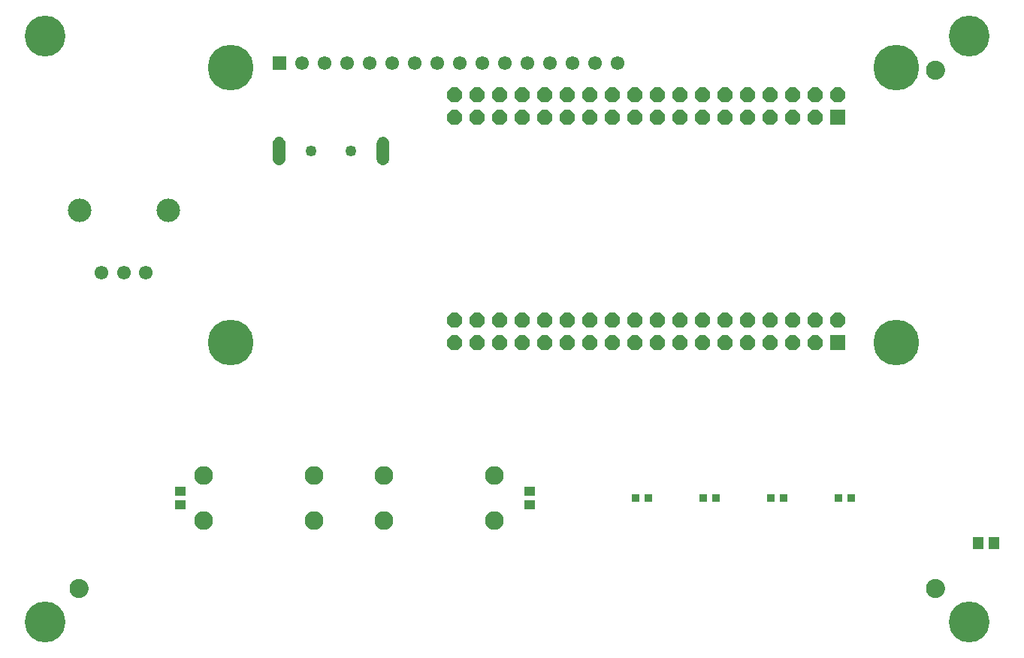
<source format=gbr>
G04 EAGLE Gerber RS-274X export*
G75*
%MOMM*%
%FSLAX34Y34*%
%LPD*%
%INSoldermask Top*%
%IPPOS*%
%AMOC8*
5,1,8,0,0,1.08239X$1,22.5*%
G01*
%ADD10R,1.676400X1.676400*%
%ADD11P,1.814519X8X202.500000*%
%ADD12C,1.552400*%
%ADD13C,2.652400*%
%ADD14C,2.112400*%
%ADD15R,0.952400X0.952400*%
%ADD16R,1.552400X1.552400*%
%ADD17C,5.152400*%
%ADD18R,1.183641X1.102359*%
%ADD19C,0.609600*%
%ADD20C,1.168400*%
%ADD21C,4.597400*%
%ADD22R,1.295400X1.422400*%
%ADD23C,1.252400*%
%ADD24C,0.852400*%

G36*
X316246Y565790D02*
X316246Y565790D01*
X316246Y565791D01*
X316247Y565790D01*
X317560Y566189D01*
X317561Y566189D01*
X318771Y566836D01*
X318771Y566837D01*
X318772Y566836D01*
X319832Y567707D01*
X319833Y567708D01*
X320704Y568768D01*
X320704Y568769D01*
X321351Y569979D01*
X321351Y569980D01*
X321750Y571293D01*
X321749Y571294D01*
X321750Y571294D01*
X321884Y572660D01*
X321884Y590660D01*
X321750Y592026D01*
X321749Y592026D01*
X321750Y592027D01*
X321351Y593340D01*
X321351Y593341D01*
X320704Y594551D01*
X320703Y594551D01*
X320704Y594552D01*
X319833Y595612D01*
X319832Y595613D01*
X318772Y596484D01*
X318771Y596484D01*
X317561Y597131D01*
X317560Y597131D01*
X316247Y597530D01*
X316246Y597529D01*
X316246Y597530D01*
X314880Y597664D01*
X313514Y597530D01*
X313514Y597529D01*
X313513Y597530D01*
X312200Y597131D01*
X312199Y597131D01*
X310989Y596484D01*
X310989Y596483D01*
X310988Y596484D01*
X309928Y595613D01*
X309927Y595612D01*
X309056Y594552D01*
X309056Y594551D01*
X308409Y593341D01*
X308409Y593340D01*
X308010Y592027D01*
X308011Y592026D01*
X308010Y592026D01*
X307876Y590660D01*
X307876Y572660D01*
X308010Y571294D01*
X308011Y571294D01*
X308010Y571293D01*
X308409Y569980D01*
X308409Y569979D01*
X309056Y568769D01*
X309057Y568769D01*
X309056Y568768D01*
X309927Y567708D01*
X309928Y567707D01*
X310988Y566836D01*
X310989Y566836D01*
X312199Y566189D01*
X312200Y566189D01*
X313513Y565790D01*
X313514Y565791D01*
X313514Y565790D01*
X314880Y565656D01*
X316246Y565790D01*
G37*
G36*
X433246Y565790D02*
X433246Y565790D01*
X433246Y565791D01*
X433247Y565790D01*
X434560Y566189D01*
X434561Y566189D01*
X435771Y566836D01*
X435771Y566837D01*
X435772Y566836D01*
X436832Y567707D01*
X436833Y567708D01*
X437704Y568768D01*
X437704Y568769D01*
X438351Y569979D01*
X438351Y569980D01*
X438750Y571293D01*
X438749Y571294D01*
X438750Y571294D01*
X438884Y572660D01*
X438884Y590660D01*
X438750Y592026D01*
X438749Y592026D01*
X438750Y592027D01*
X438351Y593340D01*
X438351Y593341D01*
X437704Y594551D01*
X437703Y594551D01*
X437704Y594552D01*
X436833Y595612D01*
X436832Y595613D01*
X435772Y596484D01*
X435771Y596484D01*
X434561Y597131D01*
X434560Y597131D01*
X433247Y597530D01*
X433246Y597529D01*
X433246Y597530D01*
X431880Y597664D01*
X430514Y597530D01*
X430514Y597529D01*
X430513Y597530D01*
X429200Y597131D01*
X429199Y597131D01*
X427989Y596484D01*
X427989Y596483D01*
X427988Y596484D01*
X426928Y595613D01*
X426927Y595612D01*
X426056Y594552D01*
X426056Y594551D01*
X425409Y593341D01*
X425409Y593340D01*
X425010Y592027D01*
X425011Y592026D01*
X425010Y592026D01*
X424876Y590660D01*
X424876Y572660D01*
X425010Y571294D01*
X425011Y571294D01*
X425010Y571293D01*
X425409Y569980D01*
X425409Y569979D01*
X426056Y568769D01*
X426057Y568769D01*
X426056Y568768D01*
X426927Y567708D01*
X426928Y567707D01*
X427988Y566836D01*
X427989Y566836D01*
X429199Y566189D01*
X429200Y566189D01*
X430513Y565790D01*
X430514Y565791D01*
X430514Y565790D01*
X431880Y565656D01*
X433246Y565790D01*
G37*
D10*
X944200Y365500D03*
D11*
X944200Y390900D03*
X918800Y365500D03*
X918800Y390900D03*
X893400Y365500D03*
X893400Y390900D03*
X868000Y365500D03*
X868000Y390900D03*
X842600Y365500D03*
X842600Y390900D03*
X817200Y365500D03*
X817200Y390900D03*
X791800Y365500D03*
X791800Y390900D03*
X766400Y365500D03*
X766400Y390900D03*
X741000Y365500D03*
X741000Y390900D03*
X715600Y365500D03*
X715600Y390900D03*
X690200Y365500D03*
X690200Y390900D03*
X664800Y365500D03*
X664800Y390900D03*
X639400Y365500D03*
X639400Y390900D03*
X614000Y365500D03*
X614000Y390900D03*
X588600Y365500D03*
X588600Y390900D03*
X563200Y365500D03*
X563200Y390900D03*
X537800Y365500D03*
X537800Y390900D03*
X512400Y365500D03*
X512400Y390900D03*
D10*
X944200Y619500D03*
D11*
X944200Y644900D03*
X918800Y619500D03*
X918800Y644900D03*
X893400Y619500D03*
X893400Y644900D03*
X868000Y619500D03*
X868000Y644900D03*
X842600Y619500D03*
X842600Y644900D03*
X817200Y619500D03*
X817200Y644900D03*
X791800Y619500D03*
X791800Y644900D03*
X766400Y619500D03*
X766400Y644900D03*
X741000Y619500D03*
X741000Y644900D03*
X715600Y619500D03*
X715600Y644900D03*
X690200Y619500D03*
X690200Y644900D03*
X664800Y619500D03*
X664800Y644900D03*
X639400Y619500D03*
X639400Y644900D03*
X614000Y619500D03*
X614000Y644900D03*
X588600Y619500D03*
X588600Y644900D03*
X563200Y619500D03*
X563200Y644900D03*
X537800Y619500D03*
X537800Y644900D03*
X512400Y619500D03*
X512400Y644900D03*
D12*
X114700Y444500D03*
X139700Y444500D03*
X164700Y444500D03*
D13*
X89700Y514500D03*
X189700Y514500D03*
D14*
X354600Y215500D03*
X354600Y165500D03*
X229600Y165500D03*
X229600Y215500D03*
D15*
X716400Y190500D03*
X731400Y190500D03*
X792600Y190500D03*
X807600Y190500D03*
X868800Y190500D03*
X883800Y190500D03*
X945000Y190500D03*
X960000Y190500D03*
D16*
X315000Y680700D03*
D12*
X340400Y680700D03*
X365800Y680700D03*
X391200Y680700D03*
X416600Y680700D03*
X442000Y680700D03*
X467400Y680700D03*
X492800Y680700D03*
X518200Y680700D03*
X543600Y680700D03*
X569000Y680700D03*
X594400Y680700D03*
X619800Y680700D03*
X645200Y680700D03*
X670600Y680700D03*
X696000Y680700D03*
D17*
X260000Y675700D03*
X1010000Y675700D03*
X260000Y365700D03*
X1010000Y365700D03*
D18*
X203200Y198501D03*
X203200Y182499D03*
X596900Y198501D03*
X596900Y182499D03*
D14*
X557800Y215500D03*
X557800Y165500D03*
X432800Y165500D03*
X432800Y215500D03*
D19*
X81280Y88900D02*
X81282Y89087D01*
X81289Y89274D01*
X81301Y89461D01*
X81317Y89647D01*
X81337Y89833D01*
X81362Y90018D01*
X81392Y90203D01*
X81426Y90387D01*
X81465Y90570D01*
X81508Y90752D01*
X81556Y90932D01*
X81608Y91112D01*
X81665Y91290D01*
X81725Y91467D01*
X81791Y91642D01*
X81860Y91816D01*
X81934Y91988D01*
X82012Y92158D01*
X82094Y92326D01*
X82180Y92492D01*
X82270Y92656D01*
X82364Y92817D01*
X82462Y92977D01*
X82564Y93133D01*
X82670Y93288D01*
X82780Y93439D01*
X82893Y93588D01*
X83010Y93734D01*
X83130Y93877D01*
X83254Y94017D01*
X83381Y94154D01*
X83512Y94288D01*
X83646Y94419D01*
X83783Y94546D01*
X83923Y94670D01*
X84066Y94790D01*
X84212Y94907D01*
X84361Y95020D01*
X84512Y95130D01*
X84667Y95236D01*
X84823Y95338D01*
X84983Y95436D01*
X85144Y95530D01*
X85308Y95620D01*
X85474Y95706D01*
X85642Y95788D01*
X85812Y95866D01*
X85984Y95940D01*
X86158Y96009D01*
X86333Y96075D01*
X86510Y96135D01*
X86688Y96192D01*
X86868Y96244D01*
X87048Y96292D01*
X87230Y96335D01*
X87413Y96374D01*
X87597Y96408D01*
X87782Y96438D01*
X87967Y96463D01*
X88153Y96483D01*
X88339Y96499D01*
X88526Y96511D01*
X88713Y96518D01*
X88900Y96520D01*
X89087Y96518D01*
X89274Y96511D01*
X89461Y96499D01*
X89647Y96483D01*
X89833Y96463D01*
X90018Y96438D01*
X90203Y96408D01*
X90387Y96374D01*
X90570Y96335D01*
X90752Y96292D01*
X90932Y96244D01*
X91112Y96192D01*
X91290Y96135D01*
X91467Y96075D01*
X91642Y96009D01*
X91816Y95940D01*
X91988Y95866D01*
X92158Y95788D01*
X92326Y95706D01*
X92492Y95620D01*
X92656Y95530D01*
X92817Y95436D01*
X92977Y95338D01*
X93133Y95236D01*
X93288Y95130D01*
X93439Y95020D01*
X93588Y94907D01*
X93734Y94790D01*
X93877Y94670D01*
X94017Y94546D01*
X94154Y94419D01*
X94288Y94288D01*
X94419Y94154D01*
X94546Y94017D01*
X94670Y93877D01*
X94790Y93734D01*
X94907Y93588D01*
X95020Y93439D01*
X95130Y93288D01*
X95236Y93133D01*
X95338Y92977D01*
X95436Y92817D01*
X95530Y92656D01*
X95620Y92492D01*
X95706Y92326D01*
X95788Y92158D01*
X95866Y91988D01*
X95940Y91816D01*
X96009Y91642D01*
X96075Y91467D01*
X96135Y91290D01*
X96192Y91112D01*
X96244Y90932D01*
X96292Y90752D01*
X96335Y90570D01*
X96374Y90387D01*
X96408Y90203D01*
X96438Y90018D01*
X96463Y89833D01*
X96483Y89647D01*
X96499Y89461D01*
X96511Y89274D01*
X96518Y89087D01*
X96520Y88900D01*
X96518Y88713D01*
X96511Y88526D01*
X96499Y88339D01*
X96483Y88153D01*
X96463Y87967D01*
X96438Y87782D01*
X96408Y87597D01*
X96374Y87413D01*
X96335Y87230D01*
X96292Y87048D01*
X96244Y86868D01*
X96192Y86688D01*
X96135Y86510D01*
X96075Y86333D01*
X96009Y86158D01*
X95940Y85984D01*
X95866Y85812D01*
X95788Y85642D01*
X95706Y85474D01*
X95620Y85308D01*
X95530Y85144D01*
X95436Y84983D01*
X95338Y84823D01*
X95236Y84667D01*
X95130Y84512D01*
X95020Y84361D01*
X94907Y84212D01*
X94790Y84066D01*
X94670Y83923D01*
X94546Y83783D01*
X94419Y83646D01*
X94288Y83512D01*
X94154Y83381D01*
X94017Y83254D01*
X93877Y83130D01*
X93734Y83010D01*
X93588Y82893D01*
X93439Y82780D01*
X93288Y82670D01*
X93133Y82564D01*
X92977Y82462D01*
X92817Y82364D01*
X92656Y82270D01*
X92492Y82180D01*
X92326Y82094D01*
X92158Y82012D01*
X91988Y81934D01*
X91816Y81860D01*
X91642Y81791D01*
X91467Y81725D01*
X91290Y81665D01*
X91112Y81608D01*
X90932Y81556D01*
X90752Y81508D01*
X90570Y81465D01*
X90387Y81426D01*
X90203Y81392D01*
X90018Y81362D01*
X89833Y81337D01*
X89647Y81317D01*
X89461Y81301D01*
X89274Y81289D01*
X89087Y81282D01*
X88900Y81280D01*
X88713Y81282D01*
X88526Y81289D01*
X88339Y81301D01*
X88153Y81317D01*
X87967Y81337D01*
X87782Y81362D01*
X87597Y81392D01*
X87413Y81426D01*
X87230Y81465D01*
X87048Y81508D01*
X86868Y81556D01*
X86688Y81608D01*
X86510Y81665D01*
X86333Y81725D01*
X86158Y81791D01*
X85984Y81860D01*
X85812Y81934D01*
X85642Y82012D01*
X85474Y82094D01*
X85308Y82180D01*
X85144Y82270D01*
X84983Y82364D01*
X84823Y82462D01*
X84667Y82564D01*
X84512Y82670D01*
X84361Y82780D01*
X84212Y82893D01*
X84066Y83010D01*
X83923Y83130D01*
X83783Y83254D01*
X83646Y83381D01*
X83512Y83512D01*
X83381Y83646D01*
X83254Y83783D01*
X83130Y83923D01*
X83010Y84066D01*
X82893Y84212D01*
X82780Y84361D01*
X82670Y84512D01*
X82564Y84667D01*
X82462Y84823D01*
X82364Y84983D01*
X82270Y85144D01*
X82180Y85308D01*
X82094Y85474D01*
X82012Y85642D01*
X81934Y85812D01*
X81860Y85984D01*
X81791Y86158D01*
X81725Y86333D01*
X81665Y86510D01*
X81608Y86688D01*
X81556Y86868D01*
X81508Y87048D01*
X81465Y87230D01*
X81426Y87413D01*
X81392Y87597D01*
X81362Y87782D01*
X81337Y87967D01*
X81317Y88153D01*
X81301Y88339D01*
X81289Y88526D01*
X81282Y88713D01*
X81280Y88900D01*
D20*
X88900Y88900D03*
D19*
X1046480Y88900D02*
X1046482Y89087D01*
X1046489Y89274D01*
X1046501Y89461D01*
X1046517Y89647D01*
X1046537Y89833D01*
X1046562Y90018D01*
X1046592Y90203D01*
X1046626Y90387D01*
X1046665Y90570D01*
X1046708Y90752D01*
X1046756Y90932D01*
X1046808Y91112D01*
X1046865Y91290D01*
X1046925Y91467D01*
X1046991Y91642D01*
X1047060Y91816D01*
X1047134Y91988D01*
X1047212Y92158D01*
X1047294Y92326D01*
X1047380Y92492D01*
X1047470Y92656D01*
X1047564Y92817D01*
X1047662Y92977D01*
X1047764Y93133D01*
X1047870Y93288D01*
X1047980Y93439D01*
X1048093Y93588D01*
X1048210Y93734D01*
X1048330Y93877D01*
X1048454Y94017D01*
X1048581Y94154D01*
X1048712Y94288D01*
X1048846Y94419D01*
X1048983Y94546D01*
X1049123Y94670D01*
X1049266Y94790D01*
X1049412Y94907D01*
X1049561Y95020D01*
X1049712Y95130D01*
X1049867Y95236D01*
X1050023Y95338D01*
X1050183Y95436D01*
X1050344Y95530D01*
X1050508Y95620D01*
X1050674Y95706D01*
X1050842Y95788D01*
X1051012Y95866D01*
X1051184Y95940D01*
X1051358Y96009D01*
X1051533Y96075D01*
X1051710Y96135D01*
X1051888Y96192D01*
X1052068Y96244D01*
X1052248Y96292D01*
X1052430Y96335D01*
X1052613Y96374D01*
X1052797Y96408D01*
X1052982Y96438D01*
X1053167Y96463D01*
X1053353Y96483D01*
X1053539Y96499D01*
X1053726Y96511D01*
X1053913Y96518D01*
X1054100Y96520D01*
X1054287Y96518D01*
X1054474Y96511D01*
X1054661Y96499D01*
X1054847Y96483D01*
X1055033Y96463D01*
X1055218Y96438D01*
X1055403Y96408D01*
X1055587Y96374D01*
X1055770Y96335D01*
X1055952Y96292D01*
X1056132Y96244D01*
X1056312Y96192D01*
X1056490Y96135D01*
X1056667Y96075D01*
X1056842Y96009D01*
X1057016Y95940D01*
X1057188Y95866D01*
X1057358Y95788D01*
X1057526Y95706D01*
X1057692Y95620D01*
X1057856Y95530D01*
X1058017Y95436D01*
X1058177Y95338D01*
X1058333Y95236D01*
X1058488Y95130D01*
X1058639Y95020D01*
X1058788Y94907D01*
X1058934Y94790D01*
X1059077Y94670D01*
X1059217Y94546D01*
X1059354Y94419D01*
X1059488Y94288D01*
X1059619Y94154D01*
X1059746Y94017D01*
X1059870Y93877D01*
X1059990Y93734D01*
X1060107Y93588D01*
X1060220Y93439D01*
X1060330Y93288D01*
X1060436Y93133D01*
X1060538Y92977D01*
X1060636Y92817D01*
X1060730Y92656D01*
X1060820Y92492D01*
X1060906Y92326D01*
X1060988Y92158D01*
X1061066Y91988D01*
X1061140Y91816D01*
X1061209Y91642D01*
X1061275Y91467D01*
X1061335Y91290D01*
X1061392Y91112D01*
X1061444Y90932D01*
X1061492Y90752D01*
X1061535Y90570D01*
X1061574Y90387D01*
X1061608Y90203D01*
X1061638Y90018D01*
X1061663Y89833D01*
X1061683Y89647D01*
X1061699Y89461D01*
X1061711Y89274D01*
X1061718Y89087D01*
X1061720Y88900D01*
X1061718Y88713D01*
X1061711Y88526D01*
X1061699Y88339D01*
X1061683Y88153D01*
X1061663Y87967D01*
X1061638Y87782D01*
X1061608Y87597D01*
X1061574Y87413D01*
X1061535Y87230D01*
X1061492Y87048D01*
X1061444Y86868D01*
X1061392Y86688D01*
X1061335Y86510D01*
X1061275Y86333D01*
X1061209Y86158D01*
X1061140Y85984D01*
X1061066Y85812D01*
X1060988Y85642D01*
X1060906Y85474D01*
X1060820Y85308D01*
X1060730Y85144D01*
X1060636Y84983D01*
X1060538Y84823D01*
X1060436Y84667D01*
X1060330Y84512D01*
X1060220Y84361D01*
X1060107Y84212D01*
X1059990Y84066D01*
X1059870Y83923D01*
X1059746Y83783D01*
X1059619Y83646D01*
X1059488Y83512D01*
X1059354Y83381D01*
X1059217Y83254D01*
X1059077Y83130D01*
X1058934Y83010D01*
X1058788Y82893D01*
X1058639Y82780D01*
X1058488Y82670D01*
X1058333Y82564D01*
X1058177Y82462D01*
X1058017Y82364D01*
X1057856Y82270D01*
X1057692Y82180D01*
X1057526Y82094D01*
X1057358Y82012D01*
X1057188Y81934D01*
X1057016Y81860D01*
X1056842Y81791D01*
X1056667Y81725D01*
X1056490Y81665D01*
X1056312Y81608D01*
X1056132Y81556D01*
X1055952Y81508D01*
X1055770Y81465D01*
X1055587Y81426D01*
X1055403Y81392D01*
X1055218Y81362D01*
X1055033Y81337D01*
X1054847Y81317D01*
X1054661Y81301D01*
X1054474Y81289D01*
X1054287Y81282D01*
X1054100Y81280D01*
X1053913Y81282D01*
X1053726Y81289D01*
X1053539Y81301D01*
X1053353Y81317D01*
X1053167Y81337D01*
X1052982Y81362D01*
X1052797Y81392D01*
X1052613Y81426D01*
X1052430Y81465D01*
X1052248Y81508D01*
X1052068Y81556D01*
X1051888Y81608D01*
X1051710Y81665D01*
X1051533Y81725D01*
X1051358Y81791D01*
X1051184Y81860D01*
X1051012Y81934D01*
X1050842Y82012D01*
X1050674Y82094D01*
X1050508Y82180D01*
X1050344Y82270D01*
X1050183Y82364D01*
X1050023Y82462D01*
X1049867Y82564D01*
X1049712Y82670D01*
X1049561Y82780D01*
X1049412Y82893D01*
X1049266Y83010D01*
X1049123Y83130D01*
X1048983Y83254D01*
X1048846Y83381D01*
X1048712Y83512D01*
X1048581Y83646D01*
X1048454Y83783D01*
X1048330Y83923D01*
X1048210Y84066D01*
X1048093Y84212D01*
X1047980Y84361D01*
X1047870Y84512D01*
X1047764Y84667D01*
X1047662Y84823D01*
X1047564Y84983D01*
X1047470Y85144D01*
X1047380Y85308D01*
X1047294Y85474D01*
X1047212Y85642D01*
X1047134Y85812D01*
X1047060Y85984D01*
X1046991Y86158D01*
X1046925Y86333D01*
X1046865Y86510D01*
X1046808Y86688D01*
X1046756Y86868D01*
X1046708Y87048D01*
X1046665Y87230D01*
X1046626Y87413D01*
X1046592Y87597D01*
X1046562Y87782D01*
X1046537Y87967D01*
X1046517Y88153D01*
X1046501Y88339D01*
X1046489Y88526D01*
X1046482Y88713D01*
X1046480Y88900D01*
D20*
X1054100Y88900D03*
D19*
X1046480Y673100D02*
X1046482Y673287D01*
X1046489Y673474D01*
X1046501Y673661D01*
X1046517Y673847D01*
X1046537Y674033D01*
X1046562Y674218D01*
X1046592Y674403D01*
X1046626Y674587D01*
X1046665Y674770D01*
X1046708Y674952D01*
X1046756Y675132D01*
X1046808Y675312D01*
X1046865Y675490D01*
X1046925Y675667D01*
X1046991Y675842D01*
X1047060Y676016D01*
X1047134Y676188D01*
X1047212Y676358D01*
X1047294Y676526D01*
X1047380Y676692D01*
X1047470Y676856D01*
X1047564Y677017D01*
X1047662Y677177D01*
X1047764Y677333D01*
X1047870Y677488D01*
X1047980Y677639D01*
X1048093Y677788D01*
X1048210Y677934D01*
X1048330Y678077D01*
X1048454Y678217D01*
X1048581Y678354D01*
X1048712Y678488D01*
X1048846Y678619D01*
X1048983Y678746D01*
X1049123Y678870D01*
X1049266Y678990D01*
X1049412Y679107D01*
X1049561Y679220D01*
X1049712Y679330D01*
X1049867Y679436D01*
X1050023Y679538D01*
X1050183Y679636D01*
X1050344Y679730D01*
X1050508Y679820D01*
X1050674Y679906D01*
X1050842Y679988D01*
X1051012Y680066D01*
X1051184Y680140D01*
X1051358Y680209D01*
X1051533Y680275D01*
X1051710Y680335D01*
X1051888Y680392D01*
X1052068Y680444D01*
X1052248Y680492D01*
X1052430Y680535D01*
X1052613Y680574D01*
X1052797Y680608D01*
X1052982Y680638D01*
X1053167Y680663D01*
X1053353Y680683D01*
X1053539Y680699D01*
X1053726Y680711D01*
X1053913Y680718D01*
X1054100Y680720D01*
X1054287Y680718D01*
X1054474Y680711D01*
X1054661Y680699D01*
X1054847Y680683D01*
X1055033Y680663D01*
X1055218Y680638D01*
X1055403Y680608D01*
X1055587Y680574D01*
X1055770Y680535D01*
X1055952Y680492D01*
X1056132Y680444D01*
X1056312Y680392D01*
X1056490Y680335D01*
X1056667Y680275D01*
X1056842Y680209D01*
X1057016Y680140D01*
X1057188Y680066D01*
X1057358Y679988D01*
X1057526Y679906D01*
X1057692Y679820D01*
X1057856Y679730D01*
X1058017Y679636D01*
X1058177Y679538D01*
X1058333Y679436D01*
X1058488Y679330D01*
X1058639Y679220D01*
X1058788Y679107D01*
X1058934Y678990D01*
X1059077Y678870D01*
X1059217Y678746D01*
X1059354Y678619D01*
X1059488Y678488D01*
X1059619Y678354D01*
X1059746Y678217D01*
X1059870Y678077D01*
X1059990Y677934D01*
X1060107Y677788D01*
X1060220Y677639D01*
X1060330Y677488D01*
X1060436Y677333D01*
X1060538Y677177D01*
X1060636Y677017D01*
X1060730Y676856D01*
X1060820Y676692D01*
X1060906Y676526D01*
X1060988Y676358D01*
X1061066Y676188D01*
X1061140Y676016D01*
X1061209Y675842D01*
X1061275Y675667D01*
X1061335Y675490D01*
X1061392Y675312D01*
X1061444Y675132D01*
X1061492Y674952D01*
X1061535Y674770D01*
X1061574Y674587D01*
X1061608Y674403D01*
X1061638Y674218D01*
X1061663Y674033D01*
X1061683Y673847D01*
X1061699Y673661D01*
X1061711Y673474D01*
X1061718Y673287D01*
X1061720Y673100D01*
X1061718Y672913D01*
X1061711Y672726D01*
X1061699Y672539D01*
X1061683Y672353D01*
X1061663Y672167D01*
X1061638Y671982D01*
X1061608Y671797D01*
X1061574Y671613D01*
X1061535Y671430D01*
X1061492Y671248D01*
X1061444Y671068D01*
X1061392Y670888D01*
X1061335Y670710D01*
X1061275Y670533D01*
X1061209Y670358D01*
X1061140Y670184D01*
X1061066Y670012D01*
X1060988Y669842D01*
X1060906Y669674D01*
X1060820Y669508D01*
X1060730Y669344D01*
X1060636Y669183D01*
X1060538Y669023D01*
X1060436Y668867D01*
X1060330Y668712D01*
X1060220Y668561D01*
X1060107Y668412D01*
X1059990Y668266D01*
X1059870Y668123D01*
X1059746Y667983D01*
X1059619Y667846D01*
X1059488Y667712D01*
X1059354Y667581D01*
X1059217Y667454D01*
X1059077Y667330D01*
X1058934Y667210D01*
X1058788Y667093D01*
X1058639Y666980D01*
X1058488Y666870D01*
X1058333Y666764D01*
X1058177Y666662D01*
X1058017Y666564D01*
X1057856Y666470D01*
X1057692Y666380D01*
X1057526Y666294D01*
X1057358Y666212D01*
X1057188Y666134D01*
X1057016Y666060D01*
X1056842Y665991D01*
X1056667Y665925D01*
X1056490Y665865D01*
X1056312Y665808D01*
X1056132Y665756D01*
X1055952Y665708D01*
X1055770Y665665D01*
X1055587Y665626D01*
X1055403Y665592D01*
X1055218Y665562D01*
X1055033Y665537D01*
X1054847Y665517D01*
X1054661Y665501D01*
X1054474Y665489D01*
X1054287Y665482D01*
X1054100Y665480D01*
X1053913Y665482D01*
X1053726Y665489D01*
X1053539Y665501D01*
X1053353Y665517D01*
X1053167Y665537D01*
X1052982Y665562D01*
X1052797Y665592D01*
X1052613Y665626D01*
X1052430Y665665D01*
X1052248Y665708D01*
X1052068Y665756D01*
X1051888Y665808D01*
X1051710Y665865D01*
X1051533Y665925D01*
X1051358Y665991D01*
X1051184Y666060D01*
X1051012Y666134D01*
X1050842Y666212D01*
X1050674Y666294D01*
X1050508Y666380D01*
X1050344Y666470D01*
X1050183Y666564D01*
X1050023Y666662D01*
X1049867Y666764D01*
X1049712Y666870D01*
X1049561Y666980D01*
X1049412Y667093D01*
X1049266Y667210D01*
X1049123Y667330D01*
X1048983Y667454D01*
X1048846Y667581D01*
X1048712Y667712D01*
X1048581Y667846D01*
X1048454Y667983D01*
X1048330Y668123D01*
X1048210Y668266D01*
X1048093Y668412D01*
X1047980Y668561D01*
X1047870Y668712D01*
X1047764Y668867D01*
X1047662Y669023D01*
X1047564Y669183D01*
X1047470Y669344D01*
X1047380Y669508D01*
X1047294Y669674D01*
X1047212Y669842D01*
X1047134Y670012D01*
X1047060Y670184D01*
X1046991Y670358D01*
X1046925Y670533D01*
X1046865Y670710D01*
X1046808Y670888D01*
X1046756Y671068D01*
X1046708Y671248D01*
X1046665Y671430D01*
X1046626Y671613D01*
X1046592Y671797D01*
X1046562Y671982D01*
X1046537Y672167D01*
X1046517Y672353D01*
X1046501Y672539D01*
X1046489Y672726D01*
X1046482Y672913D01*
X1046480Y673100D01*
D20*
X1054100Y673100D03*
D21*
X50800Y50800D03*
X50800Y711200D03*
X1092200Y711200D03*
X1092200Y50800D03*
D22*
X1102360Y139700D03*
X1120140Y139700D03*
D23*
X395880Y581660D03*
X350880Y581660D03*
D24*
X431880Y581660D03*
X314880Y581660D03*
M02*

</source>
